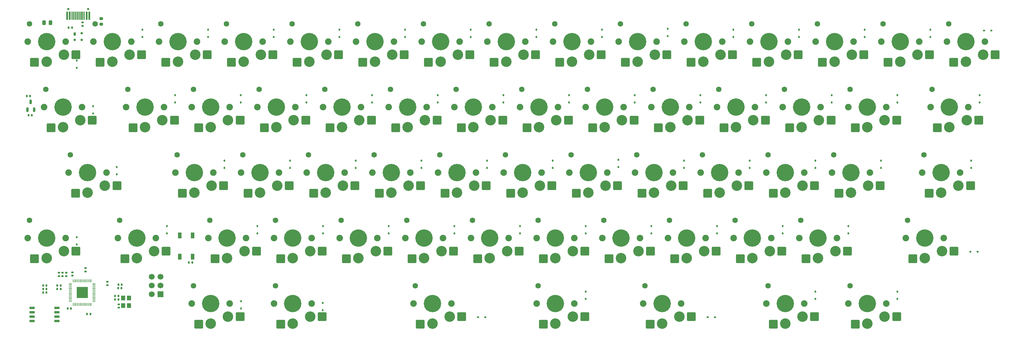
<source format=gbr>
G04 #@! TF.GenerationSoftware,KiCad,Pcbnew,8.0.7*
G04 #@! TF.CreationDate,2025-01-18T13:06:30-06:00*
G04 #@! TF.ProjectId,boethia60,626f6574-6869-4613-9630-2e6b69636164,rev?*
G04 #@! TF.SameCoordinates,Original*
G04 #@! TF.FileFunction,Soldermask,Top*
G04 #@! TF.FilePolarity,Negative*
%FSLAX46Y46*%
G04 Gerber Fmt 4.6, Leading zero omitted, Abs format (unit mm)*
G04 Created by KiCad (PCBNEW 8.0.7) date 2025-01-18 13:06:30*
%MOMM*%
%LPD*%
G01*
G04 APERTURE LIST*
G04 Aperture macros list*
%AMRoundRect*
0 Rectangle with rounded corners*
0 $1 Rounding radius*
0 $2 $3 $4 $5 $6 $7 $8 $9 X,Y pos of 4 corners*
0 Add a 4 corners polygon primitive as box body*
4,1,4,$2,$3,$4,$5,$6,$7,$8,$9,$2,$3,0*
0 Add four circle primitives for the rounded corners*
1,1,$1+$1,$2,$3*
1,1,$1+$1,$4,$5*
1,1,$1+$1,$6,$7*
1,1,$1+$1,$8,$9*
0 Add four rect primitives between the rounded corners*
20,1,$1+$1,$2,$3,$4,$5,0*
20,1,$1+$1,$4,$5,$6,$7,0*
20,1,$1+$1,$6,$7,$8,$9,0*
20,1,$1+$1,$8,$9,$2,$3,0*%
G04 Aperture macros list end*
%ADD10RoundRect,0.112500X-0.112500X0.187500X-0.112500X-0.187500X0.112500X-0.187500X0.112500X0.187500X0*%
%ADD11RoundRect,0.050000X0.050000X-0.387500X0.050000X0.387500X-0.050000X0.387500X-0.050000X-0.387500X0*%
%ADD12RoundRect,0.050000X0.387500X-0.050000X0.387500X0.050000X-0.387500X0.050000X-0.387500X-0.050000X0*%
%ADD13R,3.200000X3.200000*%
%ADD14RoundRect,0.140000X-0.140000X-0.170000X0.140000X-0.170000X0.140000X0.170000X-0.140000X0.170000X0*%
%ADD15RoundRect,0.140000X0.140000X0.170000X-0.140000X0.170000X-0.140000X-0.170000X0.140000X-0.170000X0*%
%ADD16C,1.700000*%
%ADD17R,1.700000X1.700000*%
%ADD18RoundRect,0.243750X0.243750X0.456250X-0.243750X0.456250X-0.243750X-0.456250X0.243750X-0.456250X0*%
%ADD19RoundRect,0.150000X0.650000X0.150000X-0.650000X0.150000X-0.650000X-0.150000X0.650000X-0.150000X0*%
%ADD20RoundRect,0.135000X-0.135000X-0.185000X0.135000X-0.185000X0.135000X0.185000X-0.135000X0.185000X0*%
%ADD21RoundRect,0.135000X0.135000X0.185000X-0.135000X0.185000X-0.135000X-0.185000X0.135000X-0.185000X0*%
%ADD22RoundRect,0.112500X-0.187500X-0.112500X0.187500X-0.112500X0.187500X0.112500X-0.187500X0.112500X0*%
%ADD23RoundRect,0.140000X0.170000X-0.140000X0.170000X0.140000X-0.170000X0.140000X-0.170000X-0.140000X0*%
%ADD24RoundRect,0.175000X-0.175000X-0.325000X0.175000X-0.325000X0.175000X0.325000X-0.175000X0.325000X0*%
%ADD25RoundRect,0.150000X-0.200000X-0.150000X0.200000X-0.150000X0.200000X0.150000X-0.200000X0.150000X0*%
%ADD26RoundRect,0.135000X-0.185000X0.135000X-0.185000X-0.135000X0.185000X-0.135000X0.185000X0.135000X0*%
%ADD27RoundRect,0.150000X0.150000X-0.512500X0.150000X0.512500X-0.150000X0.512500X-0.150000X-0.512500X0*%
%ADD28R,1.100000X1.800000*%
%ADD29RoundRect,0.112500X0.112500X-0.187500X0.112500X0.187500X-0.112500X0.187500X-0.112500X-0.187500X0*%
%ADD30RoundRect,0.140000X-0.170000X0.140000X-0.170000X-0.140000X0.170000X-0.140000X0.170000X0.140000X0*%
%ADD31RoundRect,0.112500X0.187500X0.112500X-0.187500X0.112500X-0.187500X-0.112500X0.187500X-0.112500X0*%
%ADD32R,1.200000X1.400000*%
%ADD33RoundRect,0.218750X-0.256250X0.218750X-0.256250X-0.218750X0.256250X-0.218750X0.256250X0.218750X0*%
%ADD34C,0.650000*%
%ADD35R,0.600000X2.450000*%
%ADD36R,0.300000X2.450000*%
%ADD37C,1.900000*%
%ADD38C,1.600000*%
%ADD39C,5.050000*%
%ADD40C,3.050000*%
%ADD41RoundRect,0.250000X-1.025000X-1.000000X1.025000X-1.000000X1.025000X1.000000X-1.025000X1.000000X0*%
G04 APERTURE END LIST*
D10*
X218281250Y-25143750D03*
X218281250Y-27243750D03*
X37306250Y-6093750D03*
X37306250Y-8193750D03*
X256381250Y-25143750D03*
X256381250Y-27243750D03*
X56356250Y-6093750D03*
X56356250Y-8193750D03*
D11*
X17243750Y-85987500D03*
X17643750Y-85987500D03*
X18043750Y-85987500D03*
X18443750Y-85987500D03*
X18843750Y-85987500D03*
X19243750Y-85987500D03*
X19643750Y-85987500D03*
X20043750Y-85987500D03*
X20443750Y-85987500D03*
X20843750Y-85987500D03*
X21243750Y-85987500D03*
X21643750Y-85987500D03*
X22043750Y-85987500D03*
X22443750Y-85987500D03*
D12*
X23281250Y-85150000D03*
X23281250Y-84750000D03*
X23281250Y-84350000D03*
X23281250Y-83950000D03*
X23281250Y-83550000D03*
X23281250Y-83150000D03*
X23281250Y-82750000D03*
X23281250Y-82350000D03*
X23281250Y-81950000D03*
X23281250Y-81550000D03*
X23281250Y-81150000D03*
X23281250Y-80750000D03*
X23281250Y-80350000D03*
X23281250Y-79950000D03*
D11*
X22443750Y-79112500D03*
X22043750Y-79112500D03*
X21643750Y-79112500D03*
X21243750Y-79112500D03*
X20843750Y-79112500D03*
X20443750Y-79112500D03*
X20043750Y-79112500D03*
X19643750Y-79112500D03*
X19243750Y-79112500D03*
X18843750Y-79112500D03*
X18443750Y-79112500D03*
X18043750Y-79112500D03*
X17643750Y-79112500D03*
X17243750Y-79112500D03*
D12*
X16406250Y-79950000D03*
X16406250Y-80350000D03*
X16406250Y-80750000D03*
X16406250Y-81150000D03*
X16406250Y-81550000D03*
X16406250Y-81950000D03*
X16406250Y-82350000D03*
X16406250Y-82750000D03*
X16406250Y-83150000D03*
X16406250Y-83550000D03*
X16406250Y-83950000D03*
X16406250Y-84350000D03*
X16406250Y-84750000D03*
X16406250Y-85150000D03*
D13*
X19843750Y-82550000D03*
D10*
X23018750Y-28318750D03*
X23018750Y-30418750D03*
X132556250Y-6093750D03*
X132556250Y-8193750D03*
X184943750Y-63243750D03*
X184943750Y-65343750D03*
D14*
X30355600Y-80264000D03*
X31315600Y-80264000D03*
D10*
X18256250Y-66418750D03*
X18256250Y-68518750D03*
D15*
X4762500Y-25400000D03*
X3802500Y-25400000D03*
D16*
X40005000Y-77978000D03*
X42545000Y-77978000D03*
X40005000Y-80518000D03*
X42545000Y-80518000D03*
X40005000Y-83058000D03*
D17*
X42545000Y-83058000D03*
D18*
X10638000Y-4064000D03*
X8763000Y-4064000D03*
D10*
X251618750Y-44193750D03*
X251618750Y-46293750D03*
X142081250Y-25143750D03*
X142081250Y-27243750D03*
D14*
X29393000Y-84582000D03*
X30353000Y-84582000D03*
D15*
X9494400Y-82499200D03*
X8534400Y-82499200D03*
D10*
X277812500Y-44193750D03*
X277812500Y-46293750D03*
D19*
X12490000Y-90805000D03*
X12490000Y-89535000D03*
X12490000Y-88265000D03*
X12490000Y-86995000D03*
X5290000Y-86995000D03*
X5290000Y-88265000D03*
X5290000Y-89535000D03*
X5290000Y-90805000D03*
D10*
X213518750Y-44193750D03*
X213518750Y-46293750D03*
X146843750Y-63243750D03*
X146843750Y-65343750D03*
X156368750Y-44193750D03*
X156368750Y-46293750D03*
D20*
X12569000Y-80518000D03*
X13589000Y-80518000D03*
D15*
X9499600Y-81483200D03*
X8539600Y-81483200D03*
D10*
X118268750Y-44193750D03*
X118268750Y-46293750D03*
D21*
X30353000Y-83566000D03*
X29333000Y-83566000D03*
D10*
X103981250Y-25143750D03*
X103981250Y-27243750D03*
X80168750Y-44193750D03*
X80168750Y-46293750D03*
X265906250Y-6093750D03*
X265906250Y-8193750D03*
X84931250Y-25143750D03*
X84931250Y-27243750D03*
X70643750Y-63243750D03*
X70643750Y-65343750D03*
X175418750Y-43937500D03*
X175418750Y-46037500D03*
X237331250Y-25143750D03*
X237331250Y-27243750D03*
D22*
X281525000Y-6350000D03*
X283625000Y-6350000D03*
D10*
X199231250Y-25143750D03*
X199231250Y-27243750D03*
D23*
X14122400Y-77774800D03*
X14122400Y-76814800D03*
D10*
X46831250Y-25143750D03*
X46831250Y-27243750D03*
D15*
X9471600Y-80518000D03*
X8511600Y-80518000D03*
D10*
X94456250Y-6093750D03*
X94456250Y-8193750D03*
X123031250Y-25143750D03*
X123031250Y-27243750D03*
X29845000Y-46067000D03*
X29845000Y-48167000D03*
X61118750Y-44193750D03*
X61118750Y-46293750D03*
D23*
X20828000Y-76403200D03*
X20828000Y-75443200D03*
D24*
X17685000Y-7317000D03*
D25*
X17685000Y-9017000D03*
X19685000Y-9017000D03*
X19685000Y-7117000D03*
D10*
X232568750Y-82293750D03*
X232568750Y-84393750D03*
X113506250Y-6093750D03*
X113506250Y-8193750D03*
X232568750Y-44193750D03*
X232568750Y-46293750D03*
D21*
X51816000Y-73787000D03*
X50796000Y-73787000D03*
D10*
X208756250Y-6093750D03*
X208756250Y-8193750D03*
X151606250Y-6093750D03*
X151606250Y-8193750D03*
X223043750Y-63243750D03*
X223043750Y-65343750D03*
D26*
X27178000Y-79375000D03*
X27178000Y-80395000D03*
D10*
X227806250Y-6093750D03*
X227806250Y-8193750D03*
D23*
X15189200Y-77774800D03*
X15189200Y-76814800D03*
D27*
X3968750Y-29368750D03*
X5868750Y-29368750D03*
X4918750Y-27093750D03*
D10*
X127793750Y-63243750D03*
X127793750Y-65343750D03*
X161131250Y-25143750D03*
X161131250Y-27243750D03*
D15*
X5242500Y-30956250D03*
X4282500Y-30956250D03*
D10*
X75406250Y-6093750D03*
X75406250Y-8193750D03*
D21*
X13589000Y-81534000D03*
X12569000Y-81534000D03*
D28*
X48156250Y-72156250D03*
X48156250Y-65956250D03*
X51856250Y-72156250D03*
X51856250Y-65956250D03*
D10*
X242093750Y-63243750D03*
X242093750Y-65343750D03*
D14*
X30304800Y-81229200D03*
X31264800Y-81229200D03*
D29*
X18256250Y-17181250D03*
X18256250Y-15081250D03*
D14*
X21265000Y-88798400D03*
X22225000Y-88798400D03*
D10*
X108743750Y-63243750D03*
X108743750Y-65343750D03*
D30*
X30424000Y-85979000D03*
X30424000Y-86939000D03*
D10*
X246856250Y-6093750D03*
X246856250Y-8193750D03*
X170656250Y-6093750D03*
X170656250Y-8193750D03*
X189706250Y-5837500D03*
X189706250Y-7937500D03*
X165893750Y-82293750D03*
X165893750Y-84393750D03*
X89662000Y-85564000D03*
X89662000Y-87664000D03*
X137318750Y-44193750D03*
X137318750Y-46293750D03*
D26*
X19939000Y-3933000D03*
X19939000Y-4953000D03*
D31*
X136781250Y-89693750D03*
X134681250Y-89693750D03*
D32*
X33450000Y-86299750D03*
X33450000Y-84099750D03*
X31750000Y-84099750D03*
X31750000Y-86299750D03*
D23*
X13106400Y-77774800D03*
X13106400Y-76814800D03*
D15*
X16583600Y-87223600D03*
X15623600Y-87223600D03*
D10*
X180181250Y-25143750D03*
X180181250Y-27243750D03*
D33*
X25400000Y-2870000D03*
X25400000Y-4445000D03*
D10*
X203993750Y-63243750D03*
X203993750Y-65343750D03*
X280193750Y-25143750D03*
X280193750Y-27243750D03*
X44450000Y-63243750D03*
X44450000Y-65343750D03*
D23*
X16967200Y-77645200D03*
X16967200Y-76685200D03*
D31*
X279656250Y-70643750D03*
X277556250Y-70643750D03*
D10*
X65881250Y-25143750D03*
X65881250Y-27243750D03*
X165893750Y-63243750D03*
X165893750Y-65343750D03*
X194468750Y-44193750D03*
X194468750Y-46293750D03*
X256381250Y-82293750D03*
X256381250Y-84393750D03*
X89693750Y-63243750D03*
X89693750Y-65343750D03*
X99218750Y-44193750D03*
X99218750Y-46293750D03*
D31*
X203456250Y-89693750D03*
X201356250Y-89693750D03*
D34*
X21557000Y-105000D03*
X15777000Y-105000D03*
D35*
X21892000Y-2050000D03*
X21117000Y-2050000D03*
D36*
X20417000Y-2050000D03*
X19917000Y-2050000D03*
X19417000Y-2050000D03*
X18917000Y-2050000D03*
X18417000Y-2050000D03*
X17917000Y-2050000D03*
X17417000Y-2050000D03*
X16917000Y-2050000D03*
D35*
X16217000Y-2050000D03*
X15442000Y-2050000D03*
D10*
X65913000Y-85056000D03*
X65913000Y-87156000D03*
D21*
X16891000Y-5461000D03*
X15871000Y-5461000D03*
D37*
X227862500Y-66675000D03*
D38*
X228362500Y-61525000D03*
D39*
X233362500Y-66675000D03*
D40*
X233362500Y-72575000D03*
X238362500Y-70475000D03*
D37*
X238862500Y-66675000D03*
D41*
X229862500Y-72675000D03*
X241862500Y-70475000D03*
D37*
X137375000Y-9525000D03*
D38*
X137875000Y-4375000D03*
D39*
X142875000Y-9525000D03*
D40*
X142875000Y-15425000D03*
X147875000Y-13325000D03*
D37*
X148375000Y-9525000D03*
D41*
X139375000Y-15525000D03*
X151375000Y-13325000D03*
D37*
X115943750Y-85725000D03*
D38*
X116443750Y-80575000D03*
D39*
X121443750Y-85725000D03*
D40*
X121443750Y-91625000D03*
X126443750Y-89525000D03*
D37*
X126943750Y-85725000D03*
D41*
X117943750Y-91725000D03*
X129943750Y-89525000D03*
D37*
X251675000Y-9525000D03*
D38*
X252175000Y-4375000D03*
D39*
X257175000Y-9525000D03*
D40*
X257175000Y-15425000D03*
X262175000Y-13325000D03*
D37*
X262675000Y-9525000D03*
D41*
X253675000Y-15525000D03*
X265675000Y-13325000D03*
D37*
X23075000Y-9525000D03*
D38*
X23575000Y-4375000D03*
D39*
X28575000Y-9525000D03*
D40*
X28575000Y-15425000D03*
X33575000Y-13325000D03*
D37*
X34075000Y-9525000D03*
D41*
X25075000Y-15525000D03*
X37075000Y-13325000D03*
D37*
X182618750Y-85725000D03*
D38*
X183118750Y-80575000D03*
D39*
X188118750Y-85725000D03*
D40*
X188118750Y-91625000D03*
X193118750Y-89525000D03*
D37*
X193618750Y-85725000D03*
D41*
X184618750Y-91725000D03*
X196618750Y-89525000D03*
D37*
X118325000Y-9525000D03*
D38*
X118825000Y-4375000D03*
D39*
X123825000Y-9525000D03*
D40*
X123825000Y-15425000D03*
X128825000Y-13325000D03*
D37*
X129325000Y-9525000D03*
D41*
X120325000Y-15525000D03*
X132325000Y-13325000D03*
D37*
X51650000Y-28575000D03*
D38*
X52150000Y-23425000D03*
D39*
X57150000Y-28575000D03*
D40*
X57150000Y-34475000D03*
X62150000Y-32375000D03*
D37*
X62650000Y-28575000D03*
D41*
X53650000Y-34575000D03*
X65650000Y-32375000D03*
D37*
X75462500Y-66675000D03*
D38*
X75962500Y-61525000D03*
D39*
X80962500Y-66675000D03*
D40*
X80962500Y-72575000D03*
X85962500Y-70475000D03*
D37*
X86462500Y-66675000D03*
D41*
X77462500Y-72675000D03*
X89462500Y-70475000D03*
D37*
X237387500Y-47625000D03*
D38*
X237887500Y-42475000D03*
D39*
X242887500Y-47625000D03*
D40*
X242887500Y-53525000D03*
X247887500Y-51425000D03*
D37*
X248387500Y-47625000D03*
D41*
X239387500Y-53625000D03*
X251387500Y-51425000D03*
D37*
X218337500Y-47625000D03*
D38*
X218837500Y-42475000D03*
D39*
X223837500Y-47625000D03*
D40*
X223837500Y-53525000D03*
X228837500Y-51425000D03*
D37*
X229337500Y-47625000D03*
D41*
X220337500Y-53625000D03*
X232337500Y-51425000D03*
D37*
X51650000Y-85725000D03*
D38*
X52150000Y-80575000D03*
D39*
X57150000Y-85725000D03*
D40*
X57150000Y-91625000D03*
X62150000Y-89525000D03*
D37*
X62650000Y-85725000D03*
D41*
X53650000Y-91725000D03*
X65650000Y-89525000D03*
D37*
X165950000Y-28575000D03*
D38*
X166450000Y-23425000D03*
D39*
X171450000Y-28575000D03*
D40*
X171450000Y-34475000D03*
X176450000Y-32375000D03*
D37*
X176950000Y-28575000D03*
D41*
X167950000Y-34575000D03*
X179950000Y-32375000D03*
D37*
X30218750Y-66675000D03*
D38*
X30718750Y-61525000D03*
D39*
X35718750Y-66675000D03*
D40*
X35718750Y-72575000D03*
X40718750Y-70475000D03*
D37*
X41218750Y-66675000D03*
D41*
X32218750Y-72675000D03*
X44218750Y-70475000D03*
D37*
X108800000Y-28575000D03*
D38*
X109300000Y-23425000D03*
D39*
X114300000Y-28575000D03*
D40*
X114300000Y-34475000D03*
X119300000Y-32375000D03*
D37*
X119800000Y-28575000D03*
D41*
X110800000Y-34575000D03*
X122800000Y-32375000D03*
D37*
X61175000Y-9525000D03*
D38*
X61675000Y-4375000D03*
D39*
X66675000Y-9525000D03*
D40*
X66675000Y-15425000D03*
X71675000Y-13325000D03*
D37*
X72175000Y-9525000D03*
D41*
X63175000Y-15525000D03*
X75175000Y-13325000D03*
D37*
X232625000Y-9525000D03*
D38*
X233125000Y-4375000D03*
D39*
X238125000Y-9525000D03*
D40*
X238125000Y-15425000D03*
X243125000Y-13325000D03*
D37*
X243625000Y-9525000D03*
D41*
X234625000Y-15525000D03*
X246625000Y-13325000D03*
D37*
X32600000Y-28575000D03*
D38*
X33100000Y-23425000D03*
D39*
X38100000Y-28575000D03*
D40*
X38100000Y-34475000D03*
X43100000Y-32375000D03*
D37*
X43600000Y-28575000D03*
D41*
X34600000Y-34575000D03*
X46600000Y-32375000D03*
D37*
X170712500Y-66675000D03*
D38*
X171212500Y-61525000D03*
D39*
X176212500Y-66675000D03*
D40*
X176212500Y-72575000D03*
X181212500Y-70475000D03*
D37*
X181712500Y-66675000D03*
D41*
X172712500Y-72675000D03*
X184712500Y-70475000D03*
D37*
X65937500Y-47625000D03*
D38*
X66437500Y-42475000D03*
D39*
X71437500Y-47625000D03*
D40*
X71437500Y-53525000D03*
X76437500Y-51425000D03*
D37*
X76937500Y-47625000D03*
D41*
X67937500Y-53625000D03*
X79937500Y-51425000D03*
D37*
X151662500Y-66675000D03*
D38*
X152162500Y-61525000D03*
D39*
X157162500Y-66675000D03*
D40*
X157162500Y-72575000D03*
X162162500Y-70475000D03*
D37*
X162662500Y-66675000D03*
D41*
X153662500Y-72675000D03*
X165662500Y-70475000D03*
D37*
X89750000Y-28575000D03*
D38*
X90250000Y-23425000D03*
D39*
X95250000Y-28575000D03*
D40*
X95250000Y-34475000D03*
X100250000Y-32375000D03*
D37*
X100750000Y-28575000D03*
D41*
X91750000Y-34575000D03*
X103750000Y-32375000D03*
D37*
X161187500Y-47625000D03*
D38*
X161687500Y-42475000D03*
D39*
X166687500Y-47625000D03*
D40*
X166687500Y-53525000D03*
X171687500Y-51425000D03*
D37*
X172187500Y-47625000D03*
D41*
X163187500Y-53625000D03*
X175187500Y-51425000D03*
D37*
X175475000Y-9525000D03*
D38*
X175975000Y-4375000D03*
D39*
X180975000Y-9525000D03*
D40*
X180975000Y-15425000D03*
X185975000Y-13325000D03*
D37*
X186475000Y-9525000D03*
D41*
X177475000Y-15525000D03*
X189475000Y-13325000D03*
D37*
X218337500Y-85725000D03*
D38*
X218837500Y-80575000D03*
D39*
X223837500Y-85725000D03*
D40*
X223837500Y-91625000D03*
X228837500Y-89525000D03*
D37*
X229337500Y-85725000D03*
D41*
X220337500Y-91725000D03*
X232337500Y-89525000D03*
D37*
X151662500Y-85725000D03*
D38*
X152162500Y-80575000D03*
D39*
X157162500Y-85725000D03*
D40*
X157162500Y-91625000D03*
X162162500Y-89525000D03*
D37*
X162662500Y-85725000D03*
D41*
X153662500Y-91725000D03*
X165662500Y-89525000D03*
D37*
X94512500Y-66675000D03*
D38*
X95012500Y-61525000D03*
D39*
X100012500Y-66675000D03*
D40*
X100012500Y-72575000D03*
X105012500Y-70475000D03*
D37*
X105512500Y-66675000D03*
D41*
X96512500Y-72675000D03*
X108512500Y-70475000D03*
D37*
X80225000Y-9525000D03*
D38*
X80725000Y-4375000D03*
D39*
X85725000Y-9525000D03*
D40*
X85725000Y-15425000D03*
X90725000Y-13325000D03*
D37*
X91225000Y-9525000D03*
D41*
X82225000Y-15525000D03*
X94225000Y-13325000D03*
D37*
X265962500Y-28575000D03*
D38*
X266462500Y-23425000D03*
D39*
X271462500Y-28575000D03*
D40*
X271462500Y-34475000D03*
X276462500Y-32375000D03*
D37*
X276962500Y-28575000D03*
D41*
X267962500Y-34575000D03*
X279962500Y-32375000D03*
D37*
X223100000Y-28575000D03*
D38*
X223600000Y-23425000D03*
D39*
X228600000Y-28575000D03*
D40*
X228600000Y-34475000D03*
X233600000Y-32375000D03*
D37*
X234100000Y-28575000D03*
D41*
X225100000Y-34575000D03*
X237100000Y-32375000D03*
D37*
X4025000Y-9525000D03*
D38*
X4525000Y-4375000D03*
D39*
X9525000Y-9525000D03*
D40*
X9525000Y-15425000D03*
X14525000Y-13325000D03*
D37*
X15025000Y-9525000D03*
D41*
X6025000Y-15525000D03*
X18025000Y-13325000D03*
D37*
X270725000Y-9525000D03*
D38*
X271225000Y-4375000D03*
D39*
X276225000Y-9525000D03*
D40*
X276225000Y-15425000D03*
X281225000Y-13325000D03*
D37*
X281725000Y-9525000D03*
D41*
X272725000Y-15525000D03*
X284725000Y-13325000D03*
D37*
X208812500Y-66675000D03*
D38*
X209312500Y-61525000D03*
D39*
X214312500Y-66675000D03*
D40*
X214312500Y-72575000D03*
X219312500Y-70475000D03*
D37*
X219812500Y-66675000D03*
D41*
X210812500Y-72675000D03*
X222812500Y-70475000D03*
D37*
X194525000Y-9525000D03*
D38*
X195025000Y-4375000D03*
D39*
X200025000Y-9525000D03*
D40*
X200025000Y-15425000D03*
X205025000Y-13325000D03*
D37*
X205525000Y-9525000D03*
D41*
X196525000Y-15525000D03*
X208525000Y-13325000D03*
D37*
X132612500Y-66675000D03*
D38*
X133112500Y-61525000D03*
D39*
X138112500Y-66675000D03*
D40*
X138112500Y-72575000D03*
X143112500Y-70475000D03*
D37*
X143612500Y-66675000D03*
D41*
X134612500Y-72675000D03*
X146612500Y-70475000D03*
D37*
X180237500Y-47625000D03*
D38*
X180737500Y-42475000D03*
D39*
X185737500Y-47625000D03*
D40*
X185737500Y-53525000D03*
X190737500Y-51425000D03*
D37*
X191237500Y-47625000D03*
D41*
X182237500Y-53625000D03*
X194237500Y-51425000D03*
D37*
X258818750Y-66675000D03*
D38*
X259318750Y-61525000D03*
D39*
X264318750Y-66675000D03*
D40*
X264318750Y-72575000D03*
X269318750Y-70475000D03*
D37*
X269818750Y-66675000D03*
D41*
X260818750Y-72675000D03*
X272818750Y-70475000D03*
D37*
X242150000Y-85725000D03*
D38*
X242650000Y-80575000D03*
D39*
X247650000Y-85725000D03*
D40*
X247650000Y-91625000D03*
X252650000Y-89525000D03*
D37*
X253150000Y-85725000D03*
D41*
X244150000Y-91725000D03*
X256150000Y-89525000D03*
D37*
X56412500Y-66675000D03*
D38*
X56912500Y-61525000D03*
D39*
X61912500Y-66675000D03*
D40*
X61912500Y-72575000D03*
X66912500Y-70475000D03*
D37*
X67412500Y-66675000D03*
D41*
X58412500Y-72675000D03*
X70412500Y-70475000D03*
D37*
X146900000Y-28575000D03*
D38*
X147400000Y-23425000D03*
D39*
X152400000Y-28575000D03*
D40*
X152400000Y-34475000D03*
X157400000Y-32375000D03*
D37*
X157900000Y-28575000D03*
D41*
X148900000Y-34575000D03*
X160900000Y-32375000D03*
D37*
X204050000Y-28575000D03*
D38*
X204550000Y-23425000D03*
D39*
X209550000Y-28575000D03*
D40*
X209550000Y-34475000D03*
X214550000Y-32375000D03*
D37*
X215050000Y-28575000D03*
D41*
X206050000Y-34575000D03*
X218050000Y-32375000D03*
D37*
X123087500Y-47625000D03*
D38*
X123587500Y-42475000D03*
D39*
X128587500Y-47625000D03*
D40*
X128587500Y-53525000D03*
X133587500Y-51425000D03*
D37*
X134087500Y-47625000D03*
D41*
X125087500Y-53625000D03*
X137087500Y-51425000D03*
D37*
X242150000Y-28575000D03*
D38*
X242650000Y-23425000D03*
D39*
X247650000Y-28575000D03*
D40*
X247650000Y-34475000D03*
X252650000Y-32375000D03*
D37*
X253150000Y-28575000D03*
D41*
X244150000Y-34575000D03*
X256150000Y-32375000D03*
D37*
X8787500Y-28575000D03*
D38*
X9287500Y-23425000D03*
D39*
X14287500Y-28575000D03*
D40*
X14287500Y-34475000D03*
X19287500Y-32375000D03*
D37*
X19787500Y-28575000D03*
D41*
X10787500Y-34575000D03*
X22787500Y-32375000D03*
D37*
X70700000Y-28575000D03*
D38*
X71200000Y-23425000D03*
D39*
X76200000Y-28575000D03*
D40*
X76200000Y-34475000D03*
X81200000Y-32375000D03*
D37*
X81700000Y-28575000D03*
D41*
X72700000Y-34575000D03*
X84700000Y-32375000D03*
D37*
X185000000Y-28575000D03*
D38*
X185500000Y-23425000D03*
D39*
X190500000Y-28575000D03*
D40*
X190500000Y-34475000D03*
X195500000Y-32375000D03*
D37*
X196000000Y-28575000D03*
D41*
X187000000Y-34575000D03*
X199000000Y-32375000D03*
D37*
X104037500Y-47625000D03*
D38*
X104537500Y-42475000D03*
D39*
X109537500Y-47625000D03*
D40*
X109537500Y-53525000D03*
X114537500Y-51425000D03*
D37*
X115037500Y-47625000D03*
D41*
X106037500Y-53625000D03*
X118037500Y-51425000D03*
D37*
X263581250Y-47625000D03*
D38*
X264081250Y-42475000D03*
D39*
X269081250Y-47625000D03*
D40*
X269081250Y-53525000D03*
X274081250Y-51425000D03*
D37*
X274581250Y-47625000D03*
D41*
X265581250Y-53625000D03*
X277581250Y-51425000D03*
D37*
X42125000Y-9525000D03*
D38*
X42625000Y-4375000D03*
D39*
X47625000Y-9525000D03*
D40*
X47625000Y-15425000D03*
X52625000Y-13325000D03*
D37*
X53125000Y-9525000D03*
D41*
X44125000Y-15525000D03*
X56125000Y-13325000D03*
D37*
X46887500Y-47625000D03*
D38*
X47387500Y-42475000D03*
D39*
X52387500Y-47625000D03*
D40*
X52387500Y-53525000D03*
X57387500Y-51425000D03*
D37*
X57887500Y-47625000D03*
D41*
X48887500Y-53625000D03*
X60887500Y-51425000D03*
D37*
X15931250Y-47625000D03*
D38*
X16431250Y-42475000D03*
D39*
X21431250Y-47625000D03*
D40*
X21431250Y-53525000D03*
X26431250Y-51425000D03*
D37*
X26931250Y-47625000D03*
D41*
X17931250Y-53625000D03*
X29931250Y-51425000D03*
D37*
X99275000Y-9525000D03*
D38*
X99775000Y-4375000D03*
D39*
X104775000Y-9525000D03*
D40*
X104775000Y-15425000D03*
X109775000Y-13325000D03*
D37*
X110275000Y-9525000D03*
D41*
X101275000Y-15525000D03*
X113275000Y-13325000D03*
D37*
X189762500Y-66675000D03*
D38*
X190262500Y-61525000D03*
D39*
X195262500Y-66675000D03*
D40*
X195262500Y-72575000D03*
X200262500Y-70475000D03*
D37*
X200762500Y-66675000D03*
D41*
X191762500Y-72675000D03*
X203762500Y-70475000D03*
D37*
X127850000Y-28575000D03*
D38*
X128350000Y-23425000D03*
D39*
X133350000Y-28575000D03*
D40*
X133350000Y-34475000D03*
X138350000Y-32375000D03*
D37*
X138850000Y-28575000D03*
D41*
X129850000Y-34575000D03*
X141850000Y-32375000D03*
D37*
X156425000Y-9525000D03*
D38*
X156925000Y-4375000D03*
D39*
X161925000Y-9525000D03*
D40*
X161925000Y-15425000D03*
X166925000Y-13325000D03*
D37*
X167425000Y-9525000D03*
D41*
X158425000Y-15525000D03*
X170425000Y-13325000D03*
D37*
X142137500Y-47625000D03*
D38*
X142637500Y-42475000D03*
D39*
X147637500Y-47625000D03*
D40*
X147637500Y-53525000D03*
X152637500Y-51425000D03*
D37*
X153137500Y-47625000D03*
D41*
X144137500Y-53625000D03*
X156137500Y-51425000D03*
D37*
X4025000Y-66675000D03*
D38*
X4525000Y-61525000D03*
D39*
X9525000Y-66675000D03*
D40*
X9525000Y-72575000D03*
X14525000Y-70475000D03*
D37*
X15025000Y-66675000D03*
D41*
X6025000Y-72675000D03*
X18025000Y-70475000D03*
D37*
X213575000Y-9525000D03*
D38*
X214075000Y-4375000D03*
D39*
X219075000Y-9525000D03*
D40*
X219075000Y-15425000D03*
X224075000Y-13325000D03*
D37*
X224575000Y-9525000D03*
D41*
X215575000Y-15525000D03*
X227575000Y-13325000D03*
D37*
X199287500Y-47625000D03*
D38*
X199787500Y-42475000D03*
D39*
X204787500Y-47625000D03*
D40*
X204787500Y-53525000D03*
X209787500Y-51425000D03*
D37*
X210287500Y-47625000D03*
D41*
X201287500Y-53625000D03*
X213287500Y-51425000D03*
D37*
X75462500Y-85725000D03*
D38*
X75962500Y-80575000D03*
D39*
X80962500Y-85725000D03*
D40*
X80962500Y-91625000D03*
X85962500Y-89525000D03*
D37*
X86462500Y-85725000D03*
D41*
X77462500Y-91725000D03*
X89462500Y-89525000D03*
D37*
X113562500Y-66675000D03*
D38*
X114062500Y-61525000D03*
D39*
X119062500Y-66675000D03*
D40*
X119062500Y-72575000D03*
X124062500Y-70475000D03*
D37*
X124562500Y-66675000D03*
D41*
X115562500Y-72675000D03*
X127562500Y-70475000D03*
D37*
X84987500Y-47625000D03*
D38*
X85487500Y-42475000D03*
D39*
X90487500Y-47625000D03*
D40*
X90487500Y-53525000D03*
X95487500Y-51425000D03*
D37*
X95987500Y-47625000D03*
D41*
X86987500Y-53625000D03*
X98987500Y-51425000D03*
M02*

</source>
